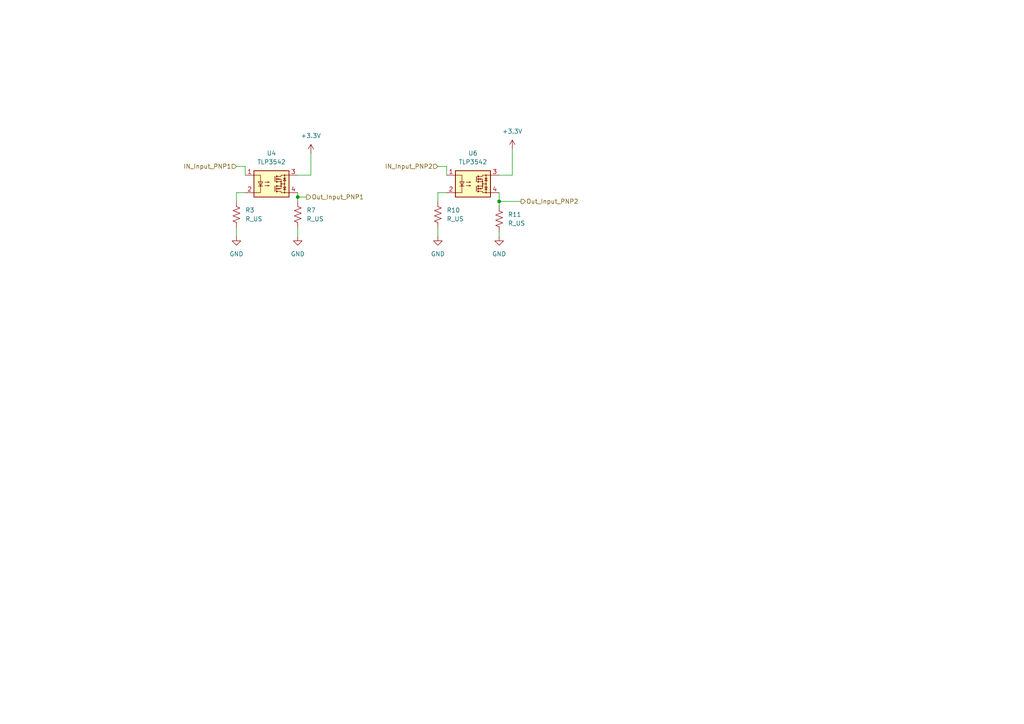
<source format=kicad_sch>
(kicad_sch
	(version 20250114)
	(generator "eeschema")
	(generator_version "9.0")
	(uuid "37ad42cf-50f1-4e75-9f87-f54ae3715310")
	(paper "A4")
	(lib_symbols
		(symbol "Device:R_US"
			(pin_numbers
				(hide yes)
			)
			(pin_names
				(offset 0)
			)
			(exclude_from_sim no)
			(in_bom yes)
			(on_board yes)
			(property "Reference" "R"
				(at 2.54 0 90)
				(effects
					(font
						(size 1.27 1.27)
					)
				)
			)
			(property "Value" "R_US"
				(at -2.54 0 90)
				(effects
					(font
						(size 1.27 1.27)
					)
				)
			)
			(property "Footprint" ""
				(at 1.016 -0.254 90)
				(effects
					(font
						(size 1.27 1.27)
					)
					(hide yes)
				)
			)
			(property "Datasheet" "~"
				(at 0 0 0)
				(effects
					(font
						(size 1.27 1.27)
					)
					(hide yes)
				)
			)
			(property "Description" "Resistor, US symbol"
				(at 0 0 0)
				(effects
					(font
						(size 1.27 1.27)
					)
					(hide yes)
				)
			)
			(property "ki_keywords" "R res resistor"
				(at 0 0 0)
				(effects
					(font
						(size 1.27 1.27)
					)
					(hide yes)
				)
			)
			(property "ki_fp_filters" "R_*"
				(at 0 0 0)
				(effects
					(font
						(size 1.27 1.27)
					)
					(hide yes)
				)
			)
			(symbol "R_US_0_1"
				(polyline
					(pts
						(xy 0 2.286) (xy 0 2.54)
					)
					(stroke
						(width 0)
						(type default)
					)
					(fill
						(type none)
					)
				)
				(polyline
					(pts
						(xy 0 2.286) (xy 1.016 1.905) (xy 0 1.524) (xy -1.016 1.143) (xy 0 0.762)
					)
					(stroke
						(width 0)
						(type default)
					)
					(fill
						(type none)
					)
				)
				(polyline
					(pts
						(xy 0 0.762) (xy 1.016 0.381) (xy 0 0) (xy -1.016 -0.381) (xy 0 -0.762)
					)
					(stroke
						(width 0)
						(type default)
					)
					(fill
						(type none)
					)
				)
				(polyline
					(pts
						(xy 0 -0.762) (xy 1.016 -1.143) (xy 0 -1.524) (xy -1.016 -1.905) (xy 0 -2.286)
					)
					(stroke
						(width 0)
						(type default)
					)
					(fill
						(type none)
					)
				)
				(polyline
					(pts
						(xy 0 -2.286) (xy 0 -2.54)
					)
					(stroke
						(width 0)
						(type default)
					)
					(fill
						(type none)
					)
				)
			)
			(symbol "R_US_1_1"
				(pin passive line
					(at 0 3.81 270)
					(length 1.27)
					(name "~"
						(effects
							(font
								(size 1.27 1.27)
							)
						)
					)
					(number "1"
						(effects
							(font
								(size 1.27 1.27)
							)
						)
					)
				)
				(pin passive line
					(at 0 -3.81 90)
					(length 1.27)
					(name "~"
						(effects
							(font
								(size 1.27 1.27)
							)
						)
					)
					(number "2"
						(effects
							(font
								(size 1.27 1.27)
							)
						)
					)
				)
			)
			(embedded_fonts no)
		)
		(symbol "TLP3542_1"
			(exclude_from_sim no)
			(in_bom yes)
			(on_board yes)
			(property "Reference" "U3"
				(at 0 8.89 0)
				(effects
					(font
						(size 1.27 1.27)
					)
				)
			)
			(property "Value" "TLP3542"
				(at 0 6.35 0)
				(effects
					(font
						(size 1.27 1.27)
					)
				)
			)
			(property "Footprint" "Package_SO:SOP-4_3.8x4.1mm_P2.54mm"
				(at 0 -7.62 0)
				(effects
					(font
						(size 1.27 1.27)
					)
					(hide yes)
				)
			)
			(property "Datasheet" "https://toshiba.semicon-storage.com/info/docget.jsp?did=1284&prodName=TLP3542"
				(at 0 0 0)
				(effects
					(font
						(size 1.27 1.27)
					)
					(hide yes)
				)
			)
			(property "Description" "Photo MOSFET optically coupled, ON 4A, 50mohm, OFF state 20V, Isolation 2500 VRMS, DIP-5-6"
				(at 0 0 0)
				(effects
					(font
						(size 1.27 1.27)
					)
					(hide yes)
				)
			)
			(property "ki_keywords" "photocouplers photorelay solidstate relay normally opened (1-Form-A)"
				(at 0 0 0)
				(effects
					(font
						(size 1.27 1.27)
					)
					(hide yes)
				)
			)
			(property "ki_fp_filters" "DIP*W7.62mm*"
				(at 0 0 0)
				(effects
					(font
						(size 1.27 1.27)
					)
					(hide yes)
				)
			)
			(symbol "TLP3542_1_0_1"
				(rectangle
					(start -5.08 3.81)
					(end 5.08 -3.81)
					(stroke
						(width 0.254)
						(type default)
					)
					(fill
						(type background)
					)
				)
				(polyline
					(pts
						(xy -5.08 2.54) (xy -3.175 2.54) (xy -3.175 -2.54) (xy -5.08 -2.54)
					)
					(stroke
						(width 0)
						(type default)
					)
					(fill
						(type none)
					)
				)
				(polyline
					(pts
						(xy -3.81 -0.635) (xy -2.54 -0.635)
					)
					(stroke
						(width 0)
						(type default)
					)
					(fill
						(type none)
					)
				)
				(polyline
					(pts
						(xy -3.175 -0.635) (xy -3.81 0.635) (xy -2.54 0.635) (xy -3.175 -0.635)
					)
					(stroke
						(width 0)
						(type default)
					)
					(fill
						(type none)
					)
				)
				(polyline
					(pts
						(xy -1.905 0.508) (xy -0.635 0.508) (xy -1.016 0.381) (xy -1.016 0.635) (xy -0.635 0.508)
					)
					(stroke
						(width 0)
						(type default)
					)
					(fill
						(type none)
					)
				)
				(polyline
					(pts
						(xy -1.905 -0.508) (xy -0.635 -0.508) (xy -1.016 -0.635) (xy -1.016 -0.381) (xy -0.635 -0.508)
					)
					(stroke
						(width 0)
						(type default)
					)
					(fill
						(type none)
					)
				)
				(polyline
					(pts
						(xy 1.016 2.159) (xy 1.016 0.635)
					)
					(stroke
						(width 0.2032)
						(type default)
					)
					(fill
						(type none)
					)
				)
				(polyline
					(pts
						(xy 1.016 -0.635) (xy 1.016 -2.159)
					)
					(stroke
						(width 0.2032)
						(type default)
					)
					(fill
						(type none)
					)
				)
				(polyline
					(pts
						(xy 1.524 2.286) (xy 1.524 2.032) (xy 1.524 2.032)
					)
					(stroke
						(width 0.3556)
						(type default)
					)
					(fill
						(type none)
					)
				)
				(polyline
					(pts
						(xy 1.524 1.524) (xy 1.524 1.27) (xy 1.524 1.27)
					)
					(stroke
						(width 0.3556)
						(type default)
					)
					(fill
						(type none)
					)
				)
				(polyline
					(pts
						(xy 1.524 0.762) (xy 1.524 0.508) (xy 1.524 0.508)
					)
					(stroke
						(width 0.3556)
						(type default)
					)
					(fill
						(type none)
					)
				)
				(polyline
					(pts
						(xy 1.524 -0.508) (xy 1.524 -0.762)
					)
					(stroke
						(width 0.3556)
						(type default)
					)
					(fill
						(type none)
					)
				)
				(polyline
					(pts
						(xy 1.524 -1.27) (xy 1.524 -1.524) (xy 1.524 -1.524)
					)
					(stroke
						(width 0.3556)
						(type default)
					)
					(fill
						(type none)
					)
				)
				(polyline
					(pts
						(xy 1.524 -2.032) (xy 1.524 -2.286) (xy 1.524 -2.286)
					)
					(stroke
						(width 0.3556)
						(type default)
					)
					(fill
						(type none)
					)
				)
				(polyline
					(pts
						(xy 1.651 2.159) (xy 2.794 2.159) (xy 2.794 2.54) (xy 5.08 2.54)
					)
					(stroke
						(width 0)
						(type default)
					)
					(fill
						(type none)
					)
				)
				(polyline
					(pts
						(xy 1.651 1.397) (xy 2.794 1.397) (xy 2.794 0.635)
					)
					(stroke
						(width 0)
						(type default)
					)
					(fill
						(type none)
					)
				)
				(polyline
					(pts
						(xy 1.651 -0.635) (xy 2.794 -0.635) (xy 2.794 0.635) (xy 1.651 0.635)
					)
					(stroke
						(width 0)
						(type default)
					)
					(fill
						(type none)
					)
				)
				(polyline
					(pts
						(xy 1.651 -1.397) (xy 2.794 -1.397) (xy 2.794 -0.635)
					)
					(stroke
						(width 0)
						(type default)
					)
					(fill
						(type none)
					)
				)
				(polyline
					(pts
						(xy 1.651 -2.159) (xy 2.794 -2.159) (xy 2.794 -2.54) (xy 5.08 -2.54)
					)
					(stroke
						(width 0)
						(type default)
					)
					(fill
						(type none)
					)
				)
				(polyline
					(pts
						(xy 1.778 1.397) (xy 2.286 1.524) (xy 2.286 1.27) (xy 1.778 1.397)
					)
					(stroke
						(width 0)
						(type default)
					)
					(fill
						(type none)
					)
				)
				(polyline
					(pts
						(xy 1.778 -1.397) (xy 2.286 -1.27) (xy 2.286 -1.524) (xy 1.778 -1.397)
					)
					(stroke
						(width 0)
						(type default)
					)
					(fill
						(type none)
					)
				)
				(circle
					(center 2.794 0.635)
					(radius 0.127)
					(stroke
						(width 0)
						(type default)
					)
					(fill
						(type none)
					)
				)
				(polyline
					(pts
						(xy 2.794 0) (xy 3.81 0)
					)
					(stroke
						(width 0)
						(type default)
					)
					(fill
						(type none)
					)
				)
				(circle
					(center 2.794 0)
					(radius 0.127)
					(stroke
						(width 0)
						(type default)
					)
					(fill
						(type none)
					)
				)
				(circle
					(center 2.794 -0.635)
					(radius 0.127)
					(stroke
						(width 0)
						(type default)
					)
					(fill
						(type none)
					)
				)
				(polyline
					(pts
						(xy 3.429 1.651) (xy 4.191 1.651)
					)
					(stroke
						(width 0)
						(type default)
					)
					(fill
						(type none)
					)
				)
				(polyline
					(pts
						(xy 3.429 -1.651) (xy 4.191 -1.651)
					)
					(stroke
						(width 0)
						(type default)
					)
					(fill
						(type none)
					)
				)
				(circle
					(center 3.81 2.54)
					(radius 0.127)
					(stroke
						(width 0)
						(type default)
					)
					(fill
						(type none)
					)
				)
				(polyline
					(pts
						(xy 3.81 1.651) (xy 3.429 0.889) (xy 4.191 0.889) (xy 3.81 1.651)
					)
					(stroke
						(width 0)
						(type default)
					)
					(fill
						(type none)
					)
				)
				(circle
					(center 3.81 0)
					(radius 0.127)
					(stroke
						(width 0)
						(type default)
					)
					(fill
						(type none)
					)
				)
				(polyline
					(pts
						(xy 3.81 -1.651) (xy 3.429 -0.889) (xy 4.191 -0.889) (xy 3.81 -1.651)
					)
					(stroke
						(width 0)
						(type default)
					)
					(fill
						(type none)
					)
				)
				(polyline
					(pts
						(xy 3.81 -2.54) (xy 3.81 2.54)
					)
					(stroke
						(width 0)
						(type default)
					)
					(fill
						(type none)
					)
				)
				(circle
					(center 3.81 -2.54)
					(radius 0.127)
					(stroke
						(width 0)
						(type default)
					)
					(fill
						(type none)
					)
				)
			)
			(symbol "TLP3542_1_1_1"
				(pin passive line
					(at -7.62 2.54 0)
					(length 2.54)
					(name "~"
						(effects
							(font
								(size 1.27 1.27)
							)
						)
					)
					(number "1"
						(effects
							(font
								(size 1.27 1.27)
							)
						)
					)
				)
				(pin passive line
					(at -7.62 -2.54 0)
					(length 2.54)
					(name "~"
						(effects
							(font
								(size 1.27 1.27)
							)
						)
					)
					(number "2"
						(effects
							(font
								(size 1.27 1.27)
							)
						)
					)
				)
				(pin no_connect line
					(at -5.08 0 0)
					(length 2.54)
					(hide yes)
					(name "~"
						(effects
							(font
								(size 1.27 1.27)
							)
						)
					)
					(number "3"
						(effects
							(font
								(size 1.27 1.27)
							)
						)
					)
				)
				(pin passive line
					(at 7.62 2.54 180)
					(length 2.54)
					(name "~"
						(effects
							(font
								(size 1.27 1.27)
							)
						)
					)
					(number "3"
						(effects
							(font
								(size 1.27 1.27)
							)
						)
					)
				)
				(pin passive line
					(at 7.62 -2.54 180)
					(length 2.54)
					(name "~"
						(effects
							(font
								(size 1.27 1.27)
							)
						)
					)
					(number "4"
						(effects
							(font
								(size 1.27 1.27)
							)
						)
					)
				)
			)
			(embedded_fonts no)
		)
		(symbol "TLP3542_2"
			(exclude_from_sim no)
			(in_bom yes)
			(on_board yes)
			(property "Reference" "U3"
				(at 0 8.89 0)
				(effects
					(font
						(size 1.27 1.27)
					)
				)
			)
			(property "Value" "TLP3542"
				(at 0 6.35 0)
				(effects
					(font
						(size 1.27 1.27)
					)
				)
			)
			(property "Footprint" "Package_SO:SOP-4_3.8x4.1mm_P2.54mm"
				(at 0 -7.62 0)
				(effects
					(font
						(size 1.27 1.27)
					)
					(hide yes)
				)
			)
			(property "Datasheet" "https://toshiba.semicon-storage.com/info/docget.jsp?did=1284&prodName=TLP3542"
				(at 0 0 0)
				(effects
					(font
						(size 1.27 1.27)
					)
					(hide yes)
				)
			)
			(property "Description" "Photo MOSFET optically coupled, ON 4A, 50mohm, OFF state 20V, Isolation 2500 VRMS, DIP-5-6"
				(at 0 0 0)
				(effects
					(font
						(size 1.27 1.27)
					)
					(hide yes)
				)
			)
			(property "ki_keywords" "photocouplers photorelay solidstate relay normally opened (1-Form-A)"
				(at 0 0 0)
				(effects
					(font
						(size 1.27 1.27)
					)
					(hide yes)
				)
			)
			(property "ki_fp_filters" "DIP*W7.62mm*"
				(at 0 0 0)
				(effects
					(font
						(size 1.27 1.27)
					)
					(hide yes)
				)
			)
			(symbol "TLP3542_2_0_1"
				(rectangle
					(start -5.08 3.81)
					(end 5.08 -3.81)
					(stroke
						(width 0.254)
						(type default)
					)
					(fill
						(type background)
					)
				)
				(polyline
					(pts
						(xy -5.08 2.54) (xy -3.175 2.54) (xy -3.175 -2.54) (xy -5.08 -2.54)
					)
					(stroke
						(width 0)
						(type default)
					)
					(fill
						(type none)
					)
				)
				(polyline
					(pts
						(xy -3.81 -0.635) (xy -2.54 -0.635)
					)
					(stroke
						(width 0)
						(type default)
					)
					(fill
						(type none)
					)
				)
				(polyline
					(pts
						(xy -3.175 -0.635) (xy -3.81 0.635) (xy -2.54 0.635) (xy -3.175 -0.635)
					)
					(stroke
						(width 0)
						(type default)
					)
					(fill
						(type none)
					)
				)
				(polyline
					(pts
						(xy -1.905 0.508) (xy -0.635 0.508) (xy -1.016 0.381) (xy -1.016 0.635) (xy -0.635 0.508)
					)
					(stroke
						(width 0)
						(type default)
					)
					(fill
						(type none)
					)
				)
				(polyline
					(pts
						(xy -1.905 -0.508) (xy -0.635 -0.508) (xy -1.016 -0.635) (xy -1.016 -0.381) (xy -0.635 -0.508)
					)
					(stroke
						(width 0)
						(type default)
					)
					(fill
						(type none)
					)
				)
				(polyline
					(pts
						(xy 1.016 2.159) (xy 1.016 0.635)
					)
					(stroke
						(width 0.2032)
						(type default)
					)
					(fill
						(type none)
					)
				)
				(polyline
					(pts
						(xy 1.016 -0.635) (xy 1.016 -2.159)
					)
					(stroke
						(width 0.2032)
						(type default)
					)
					(fill
						(type none)
					)
				)
				(polyline
					(pts
						(xy 1.524 2.286) (xy 1.524 2.032) (xy 1.524 2.032)
					)
					(stroke
						(width 0.3556)
						(type default)
					)
					(fill
						(type none)
					)
				)
				(polyline
					(pts
						(xy 1.524 1.524) (xy 1.524 1.27) (xy 1.524 1.27)
					)
					(stroke
						(width 0.3556)
						(type default)
					)
					(fill
						(type none)
					)
				)
				(polyline
					(pts
						(xy 1.524 0.762) (xy 1.524 0.508) (xy 1.524 0.508)
					)
					(stroke
						(width 0.3556)
						(type default)
					)
					(fill
						(type none)
					)
				)
				(polyline
					(pts
						(xy 1.524 -0.508) (xy 1.524 -0.762)
					)
					(stroke
						(width 0.3556)
						(type default)
					)
					(fill
						(type none)
					)
				)
				(polyline
					(pts
						(xy 1.524 -1.27) (xy 1.524 -1.524) (xy 1.524 -1.524)
					)
					(stroke
						(width 0.3556)
						(type default)
					)
					(fill
						(type none)
					)
				)
				(polyline
					(pts
						(xy 1.524 -2.032) (xy 1.524 -2.286) (xy 1.524 -2.286)
					)
					(stroke
						(width 0.3556)
						(type default)
					)
					(fill
						(type none)
					)
				)
				(polyline
					(pts
						(xy 1.651 2.159) (xy 2.794 2.159) (xy 2.794 2.54) (xy 5.08 2.54)
					)
					(stroke
						(width 0)
						(type default)
					)
					(fill
						(type none)
					)
				)
				(polyline
					(pts
						(xy 1.651 1.397) (xy 2.794 1.397) (xy 2.794 0.635)
					)
					(stroke
						(width 0)
						(type default)
					)
					(fill
						(type none)
					)
				)
				(polyline
					(pts
						(xy 1.651 -0.635) (xy 2.794 -0.635) (xy 2.794 0.635) (xy 1.651 0.635)
					)
					(stroke
						(width 0)
						(type default)
					)
					(fill
						(type none)
					)
				)
				(polyline
					(pts
						(xy 1.651 -1.397) (xy 2.794 -1.397) (xy 2.794 -0.635)
					)
					(stroke
						(width 0)
						(type default)
					)
					(fill
						(type none)
					)
				)
				(polyline
					(pts
						(xy 1.651 -2.159) (xy 2.794 -2.159) (xy 2.794 -2.54) (xy 5.08 -2.54)
					)
					(stroke
						(width 0)
						(type default)
					)
					(fill
						(type none)
					)
				)
				(polyline
					(pts
						(xy 1.778 1.397) (xy 2.286 1.524) (xy 2.286 1.27) (xy 1.778 1.397)
					)
					(stroke
						(width 0)
						(type default)
					)
					(fill
						(type none)
					)
				)
				(polyline
					(pts
						(xy 1.778 -1.397) (xy 2.286 -1.27) (xy 2.286 -1.524) (xy 1.778 -1.397)
					)
					(stroke
						(width 0)
						(type default)
					)
					(fill
						(type none)
					)
				)
				(circle
					(center 2.794 0.635)
					(radius 0.127)
					(stroke
						(width 0)
						(type default)
					)
					(fill
						(type none)
					)
				)
				(polyline
					(pts
						(xy 2.794 0) (xy 3.81 0)
					)
					(stroke
						(width 0)
						(type default)
					)
					(fill
						(type none)
					)
				)
				(circle
					(center 2.794 0)
					(radius 0.127)
					(stroke
						(width 0)
						(type default)
					)
					(fill
						(type none)
					)
				)
				(circle
					(center 2.794 -0.635)
					(radius 0.127)
					(stroke
						(width 0)
						(type default)
					)
					(fill
						(type none)
					)
				)
				(polyline
					(pts
						(xy 3.429 1.651) (xy 4.191 1.651)
					)
					(stroke
						(width 0)
						(type default)
					)
					(fill
						(type none)
					)
				)
				(polyline
					(pts
						(xy 3.429 -1.651) (xy 4.191 -1.651)
					)
					(stroke
						(width 0)
						(type default)
					)
					(fill
						(type none)
					)
				)
				(circle
					(center 3.81 2.54)
					(radius 0.127)
					(stroke
						(width 0)
						(type default)
					)
					(fill
						(type none)
					)
				)
				(polyline
					(pts
						(xy 3.81 1.651) (xy 3.429 0.889) (xy 4.191 0.889) (xy 3.81 1.651)
					)
					(stroke
						(width 0)
						(type default)
					)
					(fill
						(type none)
					)
				)
				(circle
					(center 3.81 0)
					(radius 0.127)
					(stroke
						(width 0)
						(type default)
					)
					(fill
						(type none)
					)
				)
				(polyline
					(pts
						(xy 3.81 -1.651) (xy 3.429 -0.889) (xy 4.191 -0.889) (xy 3.81 -1.651)
					)
					(stroke
						(width 0)
						(type default)
					)
					(fill
						(type none)
					)
				)
				(polyline
					(pts
						(xy 3.81 -2.54) (xy 3.81 2.54)
					)
					(stroke
						(width 0)
						(type default)
					)
					(fill
						(type none)
					)
				)
				(circle
					(center 3.81 -2.54)
					(radius 0.127)
					(stroke
						(width 0)
						(type default)
					)
					(fill
						(type none)
					)
				)
			)
			(symbol "TLP3542_2_1_1"
				(pin passive line
					(at -7.62 2.54 0)
					(length 2.54)
					(name "~"
						(effects
							(font
								(size 1.27 1.27)
							)
						)
					)
					(number "1"
						(effects
							(font
								(size 1.27 1.27)
							)
						)
					)
				)
				(pin passive line
					(at -7.62 -2.54 0)
					(length 2.54)
					(name "~"
						(effects
							(font
								(size 1.27 1.27)
							)
						)
					)
					(number "2"
						(effects
							(font
								(size 1.27 1.27)
							)
						)
					)
				)
				(pin no_connect line
					(at -5.08 0 0)
					(length 2.54)
					(hide yes)
					(name "~"
						(effects
							(font
								(size 1.27 1.27)
							)
						)
					)
					(number "3"
						(effects
							(font
								(size 1.27 1.27)
							)
						)
					)
				)
				(pin passive line
					(at 7.62 2.54 180)
					(length 2.54)
					(name "~"
						(effects
							(font
								(size 1.27 1.27)
							)
						)
					)
					(number "3"
						(effects
							(font
								(size 1.27 1.27)
							)
						)
					)
				)
				(pin passive line
					(at 7.62 -2.54 180)
					(length 2.54)
					(name "~"
						(effects
							(font
								(size 1.27 1.27)
							)
						)
					)
					(number "4"
						(effects
							(font
								(size 1.27 1.27)
							)
						)
					)
				)
			)
			(embedded_fonts no)
		)
		(symbol "power:+3.3V"
			(power)
			(pin_numbers
				(hide yes)
			)
			(pin_names
				(offset 0)
				(hide yes)
			)
			(exclude_from_sim no)
			(in_bom yes)
			(on_board yes)
			(property "Reference" "#PWR"
				(at 0 -3.81 0)
				(effects
					(font
						(size 1.27 1.27)
					)
					(hide yes)
				)
			)
			(property "Value" "+3.3V"
				(at 0 3.556 0)
				(effects
					(font
						(size 1.27 1.27)
					)
				)
			)
			(property "Footprint" ""
				(at 0 0 0)
				(effects
					(font
						(size 1.27 1.27)
					)
					(hide yes)
				)
			)
			(property "Datasheet" ""
				(at 0 0 0)
				(effects
					(font
						(size 1.27 1.27)
					)
					(hide yes)
				)
			)
			(property "Description" "Power symbol creates a global label with name \"+3.3V\""
				(at 0 0 0)
				(effects
					(font
						(size 1.27 1.27)
					)
					(hide yes)
				)
			)
			(property "ki_keywords" "global power"
				(at 0 0 0)
				(effects
					(font
						(size 1.27 1.27)
					)
					(hide yes)
				)
			)
			(symbol "+3.3V_0_1"
				(polyline
					(pts
						(xy -0.762 1.27) (xy 0 2.54)
					)
					(stroke
						(width 0)
						(type default)
					)
					(fill
						(type none)
					)
				)
				(polyline
					(pts
						(xy 0 2.54) (xy 0.762 1.27)
					)
					(stroke
						(width 0)
						(type default)
					)
					(fill
						(type none)
					)
				)
				(polyline
					(pts
						(xy 0 0) (xy 0 2.54)
					)
					(stroke
						(width 0)
						(type default)
					)
					(fill
						(type none)
					)
				)
			)
			(symbol "+3.3V_1_1"
				(pin power_in line
					(at 0 0 90)
					(length 0)
					(name "~"
						(effects
							(font
								(size 1.27 1.27)
							)
						)
					)
					(number "1"
						(effects
							(font
								(size 1.27 1.27)
							)
						)
					)
				)
			)
			(embedded_fonts no)
		)
		(symbol "power:GND"
			(power)
			(pin_numbers
				(hide yes)
			)
			(pin_names
				(offset 0)
				(hide yes)
			)
			(exclude_from_sim no)
			(in_bom yes)
			(on_board yes)
			(property "Reference" "#PWR"
				(at 0 -6.35 0)
				(effects
					(font
						(size 1.27 1.27)
					)
					(hide yes)
				)
			)
			(property "Value" "GND"
				(at 0 -3.81 0)
				(effects
					(font
						(size 1.27 1.27)
					)
				)
			)
			(property "Footprint" ""
				(at 0 0 0)
				(effects
					(font
						(size 1.27 1.27)
					)
					(hide yes)
				)
			)
			(property "Datasheet" ""
				(at 0 0 0)
				(effects
					(font
						(size 1.27 1.27)
					)
					(hide yes)
				)
			)
			(property "Description" "Power symbol creates a global label with name \"GND\" , ground"
				(at 0 0 0)
				(effects
					(font
						(size 1.27 1.27)
					)
					(hide yes)
				)
			)
			(property "ki_keywords" "global power"
				(at 0 0 0)
				(effects
					(font
						(size 1.27 1.27)
					)
					(hide yes)
				)
			)
			(symbol "GND_0_1"
				(polyline
					(pts
						(xy 0 0) (xy 0 -1.27) (xy 1.27 -1.27) (xy 0 -2.54) (xy -1.27 -1.27) (xy 0 -1.27)
					)
					(stroke
						(width 0)
						(type default)
					)
					(fill
						(type none)
					)
				)
			)
			(symbol "GND_1_1"
				(pin power_in line
					(at 0 0 270)
					(length 0)
					(name "~"
						(effects
							(font
								(size 1.27 1.27)
							)
						)
					)
					(number "1"
						(effects
							(font
								(size 1.27 1.27)
							)
						)
					)
				)
			)
			(embedded_fonts no)
		)
	)
	(junction
		(at 86.36 57.15)
		(diameter 0)
		(color 0 0 0 0)
		(uuid "42d36088-8259-4591-a329-588a90b5911e")
	)
	(junction
		(at 144.78 58.42)
		(diameter 0)
		(color 0 0 0 0)
		(uuid "900105a4-ab2e-4998-baf2-1ed6d1f45010")
	)
	(wire
		(pts
			(xy 86.36 57.15) (xy 88.9 57.15)
		)
		(stroke
			(width 0)
			(type default)
		)
		(uuid "0c423c32-2183-48d4-9bbc-0761090ac006")
	)
	(wire
		(pts
			(xy 71.12 55.88) (xy 68.58 55.88)
		)
		(stroke
			(width 0)
			(type default)
		)
		(uuid "176b50ed-3d97-4202-bdb0-782e3ebd4366")
	)
	(wire
		(pts
			(xy 129.54 50.8) (xy 129.54 48.26)
		)
		(stroke
			(width 0)
			(type default)
		)
		(uuid "23c97e3e-7c8d-4c0f-94ee-7175dea7cbf3")
	)
	(wire
		(pts
			(xy 144.78 55.88) (xy 144.78 58.42)
		)
		(stroke
			(width 0)
			(type default)
		)
		(uuid "3857bd86-858d-441a-a79b-27d3a190c2b9")
	)
	(wire
		(pts
			(xy 144.78 67.31) (xy 144.78 68.58)
		)
		(stroke
			(width 0)
			(type default)
		)
		(uuid "4b5a4a46-fb44-4f3c-9567-11ec69f6b075")
	)
	(wire
		(pts
			(xy 127 55.88) (xy 127 58.42)
		)
		(stroke
			(width 0)
			(type default)
		)
		(uuid "4da0e19a-99dd-4598-a8a0-d08362f34737")
	)
	(wire
		(pts
			(xy 86.36 57.15) (xy 86.36 58.42)
		)
		(stroke
			(width 0)
			(type default)
		)
		(uuid "5dea6138-1fbb-4bfa-9c9b-5dcdc94ca9a5")
	)
	(wire
		(pts
			(xy 129.54 55.88) (xy 127 55.88)
		)
		(stroke
			(width 0)
			(type default)
		)
		(uuid "63a32587-1b6b-4dad-98d4-c86be5d854cc")
	)
	(wire
		(pts
			(xy 129.54 48.26) (xy 127 48.26)
		)
		(stroke
			(width 0)
			(type default)
		)
		(uuid "7a68f801-d852-4b67-9bee-d8545af5f2e7")
	)
	(wire
		(pts
			(xy 144.78 58.42) (xy 151.13 58.42)
		)
		(stroke
			(width 0)
			(type default)
		)
		(uuid "841039e5-3686-4f28-9336-612600522eec")
	)
	(wire
		(pts
			(xy 71.12 50.8) (xy 71.12 48.26)
		)
		(stroke
			(width 0)
			(type default)
		)
		(uuid "84d0ac18-a8de-4c9f-9e39-83feeeb7a626")
	)
	(wire
		(pts
			(xy 71.12 48.26) (xy 68.58 48.26)
		)
		(stroke
			(width 0)
			(type default)
		)
		(uuid "96dfe910-a222-42f9-b47a-1104c71baa5b")
	)
	(wire
		(pts
			(xy 90.17 50.8) (xy 86.36 50.8)
		)
		(stroke
			(width 0)
			(type default)
		)
		(uuid "b5dc6c1d-6409-43ad-bcd6-5210df74d9f9")
	)
	(wire
		(pts
			(xy 68.58 55.88) (xy 68.58 58.42)
		)
		(stroke
			(width 0)
			(type default)
		)
		(uuid "b7e04747-3446-47c3-bff1-dff9115cc16c")
	)
	(wire
		(pts
			(xy 86.36 55.88) (xy 86.36 57.15)
		)
		(stroke
			(width 0)
			(type default)
		)
		(uuid "e2cf2663-ff79-4e75-9497-bfed69ab1cfb")
	)
	(wire
		(pts
			(xy 148.59 50.8) (xy 144.78 50.8)
		)
		(stroke
			(width 0)
			(type default)
		)
		(uuid "e34fc15b-6a9f-4615-835d-7fa12b705752")
	)
	(wire
		(pts
			(xy 127 66.04) (xy 127 68.58)
		)
		(stroke
			(width 0)
			(type default)
		)
		(uuid "e5fb5333-0d30-4e34-adb4-575a2e450588")
	)
	(wire
		(pts
			(xy 148.59 43.18) (xy 148.59 50.8)
		)
		(stroke
			(width 0)
			(type default)
		)
		(uuid "ead27c04-2898-4c80-a7d4-51400a238a6d")
	)
	(wire
		(pts
			(xy 68.58 66.04) (xy 68.58 68.58)
		)
		(stroke
			(width 0)
			(type default)
		)
		(uuid "f00ab264-6d14-4447-a6fe-1289f91738e7")
	)
	(wire
		(pts
			(xy 90.17 44.45) (xy 90.17 50.8)
		)
		(stroke
			(width 0)
			(type default)
		)
		(uuid "f242876a-6232-45ea-907a-415d0818fa24")
	)
	(wire
		(pts
			(xy 86.36 68.58) (xy 86.36 66.04)
		)
		(stroke
			(width 0)
			(type default)
		)
		(uuid "fa7f3eb7-a425-48be-8328-d29149163a2e")
	)
	(wire
		(pts
			(xy 144.78 58.42) (xy 144.78 59.69)
		)
		(stroke
			(width 0)
			(type default)
		)
		(uuid "fe55cb5c-2302-4204-a1ba-324d32c10ae3")
	)
	(hierarchical_label "Out_Input_PNP1"
		(shape output)
		(at 88.9 57.15 0)
		(effects
			(font
				(size 1.27 1.27)
			)
			(justify left)
		)
		(uuid "80ffc2e1-cdde-4bf2-93cf-15b6b5518d13")
	)
	(hierarchical_label "IN_Input_PNP2"
		(shape input)
		(at 127 48.26 180)
		(effects
			(font
				(size 1.27 1.27)
			)
			(justify right)
		)
		(uuid "88696d0f-402c-46d7-bb73-f3c62faeec4a")
	)
	(hierarchical_label "Out_Input_PNP2"
		(shape output)
		(at 151.13 58.42 0)
		(effects
			(font
				(size 1.27 1.27)
			)
			(justify left)
		)
		(uuid "9d720a60-8475-4b4f-ac86-7e13fd367dc8")
	)
	(hierarchical_label "IN_Input_PNP1"
		(shape input)
		(at 68.58 48.26 180)
		(effects
			(font
				(size 1.27 1.27)
			)
			(justify right)
		)
		(uuid "c14d16a4-8c9d-4269-afe5-ff1186125d67")
	)
	(symbol
		(lib_id "power:GND")
		(at 68.58 68.58 0)
		(unit 1)
		(exclude_from_sim no)
		(in_bom yes)
		(on_board yes)
		(dnp no)
		(fields_autoplaced yes)
		(uuid "045ebbe4-c507-4b1c-8b08-8326d715817d")
		(property "Reference" "#PWR019"
			(at 68.58 74.93 0)
			(effects
				(font
					(size 1.27 1.27)
				)
				(hide yes)
			)
		)
		(property "Value" "GND"
			(at 68.58 73.66 0)
			(effects
				(font
					(size 1.27 1.27)
				)
			)
		)
		(property "Footprint" ""
			(at 68.58 68.58 0)
			(effects
				(font
					(size 1.27 1.27)
				)
				(hide yes)
			)
		)
		(property "Datasheet" ""
			(at 68.58 68.58 0)
			(effects
				(font
					(size 1.27 1.27)
				)
				(hide yes)
			)
		)
		(property "Description" "Power symbol creates a global label with name \"GND\" , ground"
			(at 68.58 68.58 0)
			(effects
				(font
					(size 1.27 1.27)
				)
				(hide yes)
			)
		)
		(pin "1"
			(uuid "51d80fae-9335-4bb3-84fd-98fe3474263c")
		)
		(instances
			(project "ZorionX-Nivara"
				(path "/ae5c9891-8291-492e-8a61-8ac340267b67/d47eca49-96e4-4138-8979-47bb60019f67/d568cb68-ad72-47c9-9506-09ca38a70da3"
					(reference "#PWR019")
					(unit 1)
				)
			)
		)
	)
	(symbol
		(lib_name "TLP3542_2")
		(lib_id "Relay_SolidState:TLP3542")
		(at 137.16 53.34 0)
		(unit 1)
		(exclude_from_sim no)
		(in_bom yes)
		(on_board yes)
		(dnp no)
		(fields_autoplaced yes)
		(uuid "11f50f91-9527-45b3-85e8-6f175eab268e")
		(property "Reference" "U6"
			(at 137.16 44.45 0)
			(effects
				(font
					(size 1.27 1.27)
				)
			)
		)
		(property "Value" "TLP3542"
			(at 137.16 46.99 0)
			(effects
				(font
					(size 1.27 1.27)
				)
			)
		)
		(property "Footprint" "Package_SO:SOP-4_3.8x4.1mm_P2.54mm"
			(at 137.16 60.96 0)
			(effects
				(font
					(size 1.27 1.27)
				)
				(hide yes)
			)
		)
		(property "Datasheet" "https://toshiba.semicon-storage.com/info/docget.jsp?did=1284&prodName=TLP3542"
			(at 137.16 53.34 0)
			(effects
				(font
					(size 1.27 1.27)
				)
				(hide yes)
			)
		)
		(property "Description" "Photo MOSFET optically coupled, ON 4A, 50mohm, OFF state 20V, Isolation 2500 VRMS, DIP-5-6"
			(at 137.16 53.34 0)
			(effects
				(font
					(size 1.27 1.27)
				)
				(hide yes)
			)
		)
		(pin "3"
			(uuid "60b2d45c-0972-4ccd-8c43-216da029e1ad")
		)
		(pin "2"
			(uuid "fb7110ae-9638-4c3b-ae2b-6a04de78f9c4")
		)
		(pin "4"
			(uuid "e0fd3477-c040-4474-8241-b85557aa50aa")
		)
		(pin "3"
			(uuid "33a33663-4972-4e47-b5dc-68abd2d45b02")
		)
		(pin "1"
			(uuid "29bc8a1b-3bda-47ae-86e0-6885575464a7")
		)
		(instances
			(project "ZorionX-Nivara_V1.4"
				(path "/ae5c9891-8291-492e-8a61-8ac340267b67/d47eca49-96e4-4138-8979-47bb60019f67/d568cb68-ad72-47c9-9506-09ca38a70da3"
					(reference "U6")
					(unit 1)
				)
			)
		)
	)
	(symbol
		(lib_id "power:GND")
		(at 127 68.58 0)
		(unit 1)
		(exclude_from_sim no)
		(in_bom yes)
		(on_board yes)
		(dnp no)
		(fields_autoplaced yes)
		(uuid "3d758627-3b6d-4380-aa22-b11a22081a8b")
		(property "Reference" "#PWR025"
			(at 127 74.93 0)
			(effects
				(font
					(size 1.27 1.27)
				)
				(hide yes)
			)
		)
		(property "Value" "GND"
			(at 127 73.66 0)
			(effects
				(font
					(size 1.27 1.27)
				)
			)
		)
		(property "Footprint" ""
			(at 127 68.58 0)
			(effects
				(font
					(size 1.27 1.27)
				)
				(hide yes)
			)
		)
		(property "Datasheet" ""
			(at 127 68.58 0)
			(effects
				(font
					(size 1.27 1.27)
				)
				(hide yes)
			)
		)
		(property "Description" "Power symbol creates a global label with name \"GND\" , ground"
			(at 127 68.58 0)
			(effects
				(font
					(size 1.27 1.27)
				)
				(hide yes)
			)
		)
		(pin "1"
			(uuid "c2276496-f6b1-4360-965b-e084177f01ff")
		)
		(instances
			(project "ZorionX-Nivara"
				(path "/ae5c9891-8291-492e-8a61-8ac340267b67/d47eca49-96e4-4138-8979-47bb60019f67/d568cb68-ad72-47c9-9506-09ca38a70da3"
					(reference "#PWR025")
					(unit 1)
				)
			)
		)
	)
	(symbol
		(lib_id "Device:R_US")
		(at 86.36 62.23 0)
		(unit 1)
		(exclude_from_sim no)
		(in_bom yes)
		(on_board yes)
		(dnp no)
		(fields_autoplaced yes)
		(uuid "592ddab8-117a-4d88-a865-172836f6e013")
		(property "Reference" "R7"
			(at 88.9 60.9599 0)
			(effects
				(font
					(size 1.27 1.27)
				)
				(justify left)
			)
		)
		(property "Value" "R_US"
			(at 88.9 63.4999 0)
			(effects
				(font
					(size 1.27 1.27)
				)
				(justify left)
			)
		)
		(property "Footprint" "Resistor_SMD:R_0603_1608Metric"
			(at 87.376 62.484 90)
			(effects
				(font
					(size 1.27 1.27)
				)
				(hide yes)
			)
		)
		(property "Datasheet" "~"
			(at 86.36 62.23 0)
			(effects
				(font
					(size 1.27 1.27)
				)
				(hide yes)
			)
		)
		(property "Description" "Resistor, US symbol"
			(at 86.36 62.23 0)
			(effects
				(font
					(size 1.27 1.27)
				)
				(hide yes)
			)
		)
		(pin "2"
			(uuid "9e5650dc-144e-474e-bf8d-e82a860d1400")
		)
		(pin "1"
			(uuid "12c77bbf-8c3f-4136-abf7-7dc6d8f90153")
		)
		(instances
			(project "ZorionX-Nivara"
				(path "/ae5c9891-8291-492e-8a61-8ac340267b67/d47eca49-96e4-4138-8979-47bb60019f67/d568cb68-ad72-47c9-9506-09ca38a70da3"
					(reference "R7")
					(unit 1)
				)
			)
		)
	)
	(symbol
		(lib_id "Device:R_US")
		(at 68.58 62.23 0)
		(unit 1)
		(exclude_from_sim no)
		(in_bom yes)
		(on_board yes)
		(dnp no)
		(fields_autoplaced yes)
		(uuid "6fe766cb-1847-4603-9f1b-1ae422a605b9")
		(property "Reference" "R3"
			(at 71.12 60.9599 0)
			(effects
				(font
					(size 1.27 1.27)
				)
				(justify left)
			)
		)
		(property "Value" "R_US"
			(at 71.12 63.4999 0)
			(effects
				(font
					(size 1.27 1.27)
				)
				(justify left)
			)
		)
		(property "Footprint" "Resistor_SMD:R_0603_1608Metric"
			(at 69.596 62.484 90)
			(effects
				(font
					(size 1.27 1.27)
				)
				(hide yes)
			)
		)
		(property "Datasheet" "~"
			(at 68.58 62.23 0)
			(effects
				(font
					(size 1.27 1.27)
				)
				(hide yes)
			)
		)
		(property "Description" "Resistor, US symbol"
			(at 68.58 62.23 0)
			(effects
				(font
					(size 1.27 1.27)
				)
				(hide yes)
			)
		)
		(pin "2"
			(uuid "19701fd9-6f5f-47bd-aa60-5922183426a4")
		)
		(pin "1"
			(uuid "0e1c1826-5b20-4513-905e-b63bc83f0f06")
		)
		(instances
			(project "ZorionX-Nivara"
				(path "/ae5c9891-8291-492e-8a61-8ac340267b67/d47eca49-96e4-4138-8979-47bb60019f67/d568cb68-ad72-47c9-9506-09ca38a70da3"
					(reference "R3")
					(unit 1)
				)
			)
		)
	)
	(symbol
		(lib_name "TLP3542_1")
		(lib_id "Relay_SolidState:TLP3542")
		(at 78.74 53.34 0)
		(unit 1)
		(exclude_from_sim no)
		(in_bom yes)
		(on_board yes)
		(dnp no)
		(fields_autoplaced yes)
		(uuid "7c01676f-f8f3-4fbc-8523-13a33ebb06d5")
		(property "Reference" "U4"
			(at 78.74 44.45 0)
			(effects
				(font
					(size 1.27 1.27)
				)
			)
		)
		(property "Value" "TLP3542"
			(at 78.74 46.99 0)
			(effects
				(font
					(size 1.27 1.27)
				)
			)
		)
		(property "Footprint" "Package_SO:SOP-4_3.8x4.1mm_P2.54mm"
			(at 78.74 60.96 0)
			(effects
				(font
					(size 1.27 1.27)
				)
				(hide yes)
			)
		)
		(property "Datasheet" "https://toshiba.semicon-storage.com/info/docget.jsp?did=1284&prodName=TLP3542"
			(at 78.74 53.34 0)
			(effects
				(font
					(size 1.27 1.27)
				)
				(hide yes)
			)
		)
		(property "Description" "Photo MOSFET optically coupled, ON 4A, 50mohm, OFF state 20V, Isolation 2500 VRMS, DIP-5-6"
			(at 78.74 53.34 0)
			(effects
				(font
					(size 1.27 1.27)
				)
				(hide yes)
			)
		)
		(pin "3"
			(uuid "85f46f6f-1d39-4ea2-a9f4-5d628469d46c")
		)
		(pin "2"
			(uuid "37f90659-71a9-4ab8-a362-5bf155ca6827")
		)
		(pin "4"
			(uuid "4e893c07-20e9-4e93-a7ab-8fda4f7995f2")
		)
		(pin "3"
			(uuid "37ad3e59-3cb5-4dc7-b2ae-14177705487f")
		)
		(pin "1"
			(uuid "48ce863d-3a25-4131-9ca5-0caaeea782a0")
		)
		(instances
			(project "ZorionX-Nivara_V1.4"
				(path "/ae5c9891-8291-492e-8a61-8ac340267b67/d47eca49-96e4-4138-8979-47bb60019f67/d568cb68-ad72-47c9-9506-09ca38a70da3"
					(reference "U4")
					(unit 1)
				)
			)
		)
	)
	(symbol
		(lib_id "power:GND")
		(at 86.36 68.58 0)
		(unit 1)
		(exclude_from_sim no)
		(in_bom yes)
		(on_board yes)
		(dnp no)
		(fields_autoplaced yes)
		(uuid "85a826b2-eabf-42c1-bfd4-809948bae927")
		(property "Reference" "#PWR021"
			(at 86.36 74.93 0)
			(effects
				(font
					(size 1.27 1.27)
				)
				(hide yes)
			)
		)
		(property "Value" "GND"
			(at 86.36 73.66 0)
			(effects
				(font
					(size 1.27 1.27)
				)
			)
		)
		(property "Footprint" ""
			(at 86.36 68.58 0)
			(effects
				(font
					(size 1.27 1.27)
				)
				(hide yes)
			)
		)
		(property "Datasheet" ""
			(at 86.36 68.58 0)
			(effects
				(font
					(size 1.27 1.27)
				)
				(hide yes)
			)
		)
		(property "Description" "Power symbol creates a global label with name \"GND\" , ground"
			(at 86.36 68.58 0)
			(effects
				(font
					(size 1.27 1.27)
				)
				(hide yes)
			)
		)
		(pin "1"
			(uuid "9b43769a-d4a6-473f-8908-b412676dd73b")
		)
		(instances
			(project "ZorionX-Nivara"
				(path "/ae5c9891-8291-492e-8a61-8ac340267b67/d47eca49-96e4-4138-8979-47bb60019f67/d568cb68-ad72-47c9-9506-09ca38a70da3"
					(reference "#PWR021")
					(unit 1)
				)
			)
		)
	)
	(symbol
		(lib_id "Device:R_US")
		(at 127 62.23 0)
		(unit 1)
		(exclude_from_sim no)
		(in_bom yes)
		(on_board yes)
		(dnp no)
		(fields_autoplaced yes)
		(uuid "8bce07a6-73bb-4873-8d9a-a769ffd1cb34")
		(property "Reference" "R10"
			(at 129.54 60.9599 0)
			(effects
				(font
					(size 1.27 1.27)
				)
				(justify left)
			)
		)
		(property "Value" "R_US"
			(at 129.54 63.4999 0)
			(effects
				(font
					(size 1.27 1.27)
				)
				(justify left)
			)
		)
		(property "Footprint" "Resistor_SMD:R_0603_1608Metric"
			(at 128.016 62.484 90)
			(effects
				(font
					(size 1.27 1.27)
				)
				(hide yes)
			)
		)
		(property "Datasheet" "~"
			(at 127 62.23 0)
			(effects
				(font
					(size 1.27 1.27)
				)
				(hide yes)
			)
		)
		(property "Description" "Resistor, US symbol"
			(at 127 62.23 0)
			(effects
				(font
					(size 1.27 1.27)
				)
				(hide yes)
			)
		)
		(pin "2"
			(uuid "8a44c52e-9a3f-4c23-80fc-9e2dc22c2fae")
		)
		(pin "1"
			(uuid "b1adcf63-1099-43dd-a6fb-580456e4092b")
		)
		(instances
			(project "ZorionX-Nivara"
				(path "/ae5c9891-8291-492e-8a61-8ac340267b67/d47eca49-96e4-4138-8979-47bb60019f67/d568cb68-ad72-47c9-9506-09ca38a70da3"
					(reference "R10")
					(unit 1)
				)
			)
		)
	)
	(symbol
		(lib_id "power:GND")
		(at 144.78 68.58 0)
		(unit 1)
		(exclude_from_sim no)
		(in_bom yes)
		(on_board yes)
		(dnp no)
		(fields_autoplaced yes)
		(uuid "a3e2eeac-0f03-499c-a2a7-817987c49520")
		(property "Reference" "#PWR026"
			(at 144.78 74.93 0)
			(effects
				(font
					(size 1.27 1.27)
				)
				(hide yes)
			)
		)
		(property "Value" "GND"
			(at 144.78 73.66 0)
			(effects
				(font
					(size 1.27 1.27)
				)
			)
		)
		(property "Footprint" ""
			(at 144.78 68.58 0)
			(effects
				(font
					(size 1.27 1.27)
				)
				(hide yes)
			)
		)
		(property "Datasheet" ""
			(at 144.78 68.58 0)
			(effects
				(font
					(size 1.27 1.27)
				)
				(hide yes)
			)
		)
		(property "Description" "Power symbol creates a global label with name \"GND\" , ground"
			(at 144.78 68.58 0)
			(effects
				(font
					(size 1.27 1.27)
				)
				(hide yes)
			)
		)
		(pin "1"
			(uuid "96f36350-44fd-4ddf-be1c-88ac0893c8ef")
		)
		(instances
			(project "ZorionX-Nivara"
				(path "/ae5c9891-8291-492e-8a61-8ac340267b67/d47eca49-96e4-4138-8979-47bb60019f67/d568cb68-ad72-47c9-9506-09ca38a70da3"
					(reference "#PWR026")
					(unit 1)
				)
			)
		)
	)
	(symbol
		(lib_id "power:+3.3V")
		(at 90.17 44.45 0)
		(unit 1)
		(exclude_from_sim no)
		(in_bom yes)
		(on_board yes)
		(dnp no)
		(fields_autoplaced yes)
		(uuid "c00baf78-c303-4a48-b4f2-597e769e8576")
		(property "Reference" "#PWR023"
			(at 90.17 48.26 0)
			(effects
				(font
					(size 1.27 1.27)
				)
				(hide yes)
			)
		)
		(property "Value" "+3.3V"
			(at 90.17 39.37 0)
			(effects
				(font
					(size 1.27 1.27)
				)
			)
		)
		(property "Footprint" ""
			(at 90.17 44.45 0)
			(effects
				(font
					(size 1.27 1.27)
				)
				(hide yes)
			)
		)
		(property "Datasheet" ""
			(at 90.17 44.45 0)
			(effects
				(font
					(size 1.27 1.27)
				)
				(hide yes)
			)
		)
		(property "Description" "Power symbol creates a global label with name \"+3.3V\""
			(at 90.17 44.45 0)
			(effects
				(font
					(size 1.27 1.27)
				)
				(hide yes)
			)
		)
		(pin "1"
			(uuid "28f67b68-1611-4376-8d36-15bb979e2fc1")
		)
		(instances
			(project "ZorionX-Nivara_V1.4"
				(path "/ae5c9891-8291-492e-8a61-8ac340267b67/d47eca49-96e4-4138-8979-47bb60019f67/d568cb68-ad72-47c9-9506-09ca38a70da3"
					(reference "#PWR023")
					(unit 1)
				)
			)
		)
	)
	(symbol
		(lib_id "Device:R_US")
		(at 144.78 63.5 0)
		(unit 1)
		(exclude_from_sim no)
		(in_bom yes)
		(on_board yes)
		(dnp no)
		(fields_autoplaced yes)
		(uuid "d7688a6c-ecbc-4e5c-bc5e-4132934302bd")
		(property "Reference" "R11"
			(at 147.32 62.2299 0)
			(effects
				(font
					(size 1.27 1.27)
				)
				(justify left)
			)
		)
		(property "Value" "R_US"
			(at 147.32 64.7699 0)
			(effects
				(font
					(size 1.27 1.27)
				)
				(justify left)
			)
		)
		(property "Footprint" "Resistor_SMD:R_0603_1608Metric"
			(at 145.796 63.754 90)
			(effects
				(font
					(size 1.27 1.27)
				)
				(hide yes)
			)
		)
		(property "Datasheet" "~"
			(at 144.78 63.5 0)
			(effects
				(font
					(size 1.27 1.27)
				)
				(hide yes)
			)
		)
		(property "Description" "Resistor, US symbol"
			(at 144.78 63.5 0)
			(effects
				(font
					(size 1.27 1.27)
				)
				(hide yes)
			)
		)
		(pin "2"
			(uuid "8c48be19-e15e-411d-a661-8f9e02df3317")
		)
		(pin "1"
			(uuid "bb6cd339-235f-42f2-9477-b5f268e13713")
		)
		(instances
			(project "ZorionX-Nivara"
				(path "/ae5c9891-8291-492e-8a61-8ac340267b67/d47eca49-96e4-4138-8979-47bb60019f67/d568cb68-ad72-47c9-9506-09ca38a70da3"
					(reference "R11")
					(unit 1)
				)
			)
		)
	)
	(symbol
		(lib_id "power:+3.3V")
		(at 148.59 43.18 0)
		(unit 1)
		(exclude_from_sim no)
		(in_bom yes)
		(on_board yes)
		(dnp no)
		(fields_autoplaced yes)
		(uuid "ffb3dff4-a131-4f48-b7b8-4514f4a85a67")
		(property "Reference" "#PWR027"
			(at 148.59 46.99 0)
			(effects
				(font
					(size 1.27 1.27)
				)
				(hide yes)
			)
		)
		(property "Value" "+3.3V"
			(at 148.59 38.1 0)
			(effects
				(font
					(size 1.27 1.27)
				)
			)
		)
		(property "Footprint" ""
			(at 148.59 43.18 0)
			(effects
				(font
					(size 1.27 1.27)
				)
				(hide yes)
			)
		)
		(property "Datasheet" ""
			(at 148.59 43.18 0)
			(effects
				(font
					(size 1.27 1.27)
				)
				(hide yes)
			)
		)
		(property "Description" "Power symbol creates a global label with name \"+3.3V\""
			(at 148.59 43.18 0)
			(effects
				(font
					(size 1.27 1.27)
				)
				(hide yes)
			)
		)
		(pin "1"
			(uuid "92774008-f6e5-454e-9f3d-7c86ce78c8dc")
		)
		(instances
			(project "ZorionX-Nivara_V1.4"
				(path "/ae5c9891-8291-492e-8a61-8ac340267b67/d47eca49-96e4-4138-8979-47bb60019f67/d568cb68-ad72-47c9-9506-09ca38a70da3"
					(reference "#PWR027")
					(unit 1)
				)
			)
		)
	)
)

</source>
